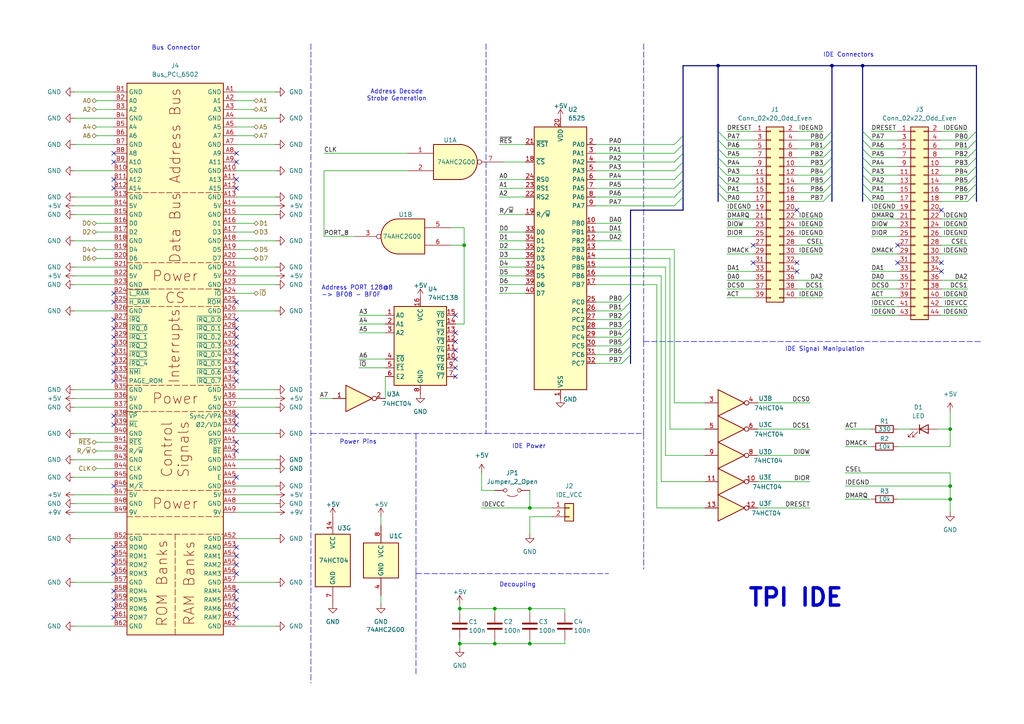
<source format=kicad_sch>
(kicad_sch (version 20231120) (generator "eeschema") (generator_version "8.0")
  (paper "A4")
  (title_block (title "S65xx Computer System") (date "2024-06-30") (rev "1.0") (company "Synthron"))
  (junction (at 275.59 140.97))
  (junction (at 133.35 176.53))
  (junction (at 250.19 19.05))
  (junction (at 143.51 176.53))
  (junction (at 275.59 124.46))
  (junction (at 275.59 144.78))
  (junction (at 208.28 19.05))
  (junction (at 153.67 176.53))
  (junction (at 153.67 147.32))
  (junction (at 241.3 19.05))
  (junction (at 143.51 186.69))
  (junction (at 153.67 186.69))
  (junction (at 133.35 186.69))
  (junction (at 134.62 71.12))
  (no_connect (at 132.08 96.52))
  (no_connect (at 33.02 173.99))
  (no_connect (at 132.08 101.6))
  (no_connect (at 273.05 60.96))
  (no_connect (at 273.05 78.74))
  (no_connect (at 132.08 91.44))
  (no_connect (at 68.58 54.61))
  (no_connect (at 132.08 104.14))
  (no_connect (at 68.58 179.07))
  (no_connect (at 33.02 85.09))
  (no_connect (at 231.14 60.96))
  (no_connect (at 68.58 138.43))
  (no_connect (at 68.58 123.19))
  (no_connect (at 33.02 166.37))
  (no_connect (at 33.02 87.63))
  (no_connect (at 68.58 130.81))
  (no_connect (at 68.58 87.63))
  (no_connect (at 68.58 163.83))
  (no_connect (at 68.58 120.65))
  (no_connect (at 33.02 107.95))
  (no_connect (at 33.02 52.07))
  (no_connect (at 218.44 71.12))
  (no_connect (at 68.58 44.45))
  (no_connect (at 68.58 128.27))
  (no_connect (at 68.58 52.07))
  (no_connect (at 68.58 105.41))
  (no_connect (at 260.35 71.12))
  (no_connect (at 68.58 110.49))
  (no_connect (at 68.58 176.53))
  (no_connect (at 218.44 76.2))
  (no_connect (at 273.05 76.2))
  (no_connect (at 33.02 158.75))
  (no_connect (at 33.02 120.65))
  (no_connect (at 33.02 105.41))
  (no_connect (at 33.02 97.79))
  (no_connect (at 33.02 46.99))
  (no_connect (at 68.58 171.45))
  (no_connect (at 33.02 171.45))
  (no_connect (at 68.58 95.25))
  (no_connect (at 260.35 76.2))
  (no_connect (at 68.58 92.71))
  (no_connect (at 68.58 100.33))
  (no_connect (at 33.02 140.97))
  (no_connect (at 33.02 100.33))
  (no_connect (at 68.58 102.87))
  (no_connect (at 68.58 166.37))
  (no_connect (at 33.02 102.87))
  (no_connect (at 33.02 54.61))
  (no_connect (at 68.58 97.79))
  (no_connect (at 68.58 161.29))
  (no_connect (at 33.02 161.29))
  (no_connect (at 33.02 179.07))
  (no_connect (at 33.02 92.71))
  (no_connect (at 33.02 110.49))
  (no_connect (at 132.08 109.22))
  (no_connect (at 68.58 46.99))
  (no_connect (at 33.02 95.25))
  (no_connect (at 33.02 123.19))
  (no_connect (at 231.14 76.2))
  (no_connect (at 132.08 106.68))
  (no_connect (at 68.58 173.99))
  (no_connect (at 33.02 163.83))
  (no_connect (at 231.14 78.74))
  (no_connect (at 33.02 44.45))
  (no_connect (at 68.58 107.95))
  (no_connect (at 33.02 176.53))
  (no_connect (at 132.08 99.06))
  (no_connect (at 68.58 158.75))
  (bus_entry (at 210.82 55.88) (size -2.54 -2.54))
  (bus_entry (at 252.73 45.72) (size -2.54 -2.54))
  (bus_entry (at 280.67 55.88) (size 2.54 -2.54))
  (bus_entry (at 210.82 40.64) (size -2.54 -2.54))
  (bus_entry (at 210.82 48.26) (size -2.54 -2.54))
  (bus_entry (at 280.67 53.34) (size 2.54 -2.54))
  (bus_entry (at 252.73 55.88) (size -2.54 -2.54))
  (bus_entry (at 238.76 40.64) (size 2.54 -2.54))
  (bus_entry (at 252.73 40.64) (size -2.54 -2.54))
  (bus_entry (at 210.82 50.8) (size -2.54 -2.54))
  (bus_entry (at 195.58 41.91) (size 2.54 -2.54))
  (bus_entry (at 280.67 48.26) (size 2.54 -2.54))
  (bus_entry (at 195.58 54.61) (size 2.54 -2.54))
  (bus_entry (at 210.82 45.72) (size -2.54 -2.54))
  (bus_entry (at 280.67 40.64) (size 2.54 -2.54))
  (bus_entry (at 238.76 53.34) (size 2.54 -2.54))
  (bus_entry (at 238.76 43.18) (size 2.54 -2.54))
  (bus_entry (at 180.34 105.41) (size 2.54 -2.54))
  (bus_entry (at 252.73 43.18) (size -2.54 -2.54))
  (bus_entry (at 195.58 44.45) (size 2.54 -2.54))
  (bus_entry (at 210.82 53.34) (size -2.54 -2.54))
  (bus_entry (at 210.82 58.42) (size -2.54 -2.54))
  (bus_entry (at 238.76 58.42) (size 2.54 -2.54))
  (bus_entry (at 180.34 100.33) (size 2.54 -2.54))
  (bus_entry (at 180.34 92.71) (size 2.54 -2.54))
  (bus_entry (at 195.58 57.15) (size 2.54 -2.54))
  (bus_entry (at 210.82 43.18) (size -2.54 -2.54))
  (bus_entry (at 238.76 48.26) (size 2.54 -2.54))
  (bus_entry (at 252.73 50.8) (size -2.54 -2.54))
  (bus_entry (at 180.34 87.63) (size 2.54 -2.54))
  (bus_entry (at 252.73 48.26) (size -2.54 -2.54))
  (bus_entry (at 195.58 59.69) (size 2.54 -2.54))
  (bus_entry (at 180.34 102.87) (size 2.54 -2.54))
  (bus_entry (at 238.76 55.88) (size 2.54 -2.54))
  (bus_entry (at 280.67 45.72) (size 2.54 -2.54))
  (bus_entry (at 238.76 50.8) (size 2.54 -2.54))
  (bus_entry (at 280.67 50.8) (size 2.54 -2.54))
  (bus_entry (at 180.34 95.25) (size 2.54 -2.54))
  (bus_entry (at 180.34 90.17) (size 2.54 -2.54))
  (bus_entry (at 252.73 58.42) (size -2.54 -2.54))
  (bus_entry (at 238.76 45.72) (size 2.54 -2.54))
  (bus_entry (at 280.67 43.18) (size 2.54 -2.54))
  (bus_entry (at 195.58 49.53) (size 2.54 -2.54))
  (bus_entry (at 252.73 53.34) (size -2.54 -2.54))
  (bus_entry (at 180.34 97.79) (size 2.54 -2.54))
  (bus_entry (at 280.67 58.42) (size 2.54 -2.54))
  (bus_entry (at 195.58 52.07) (size 2.54 -2.54))
  (bus_entry (at 195.58 46.99) (size 2.54 -2.54))
  (wire (pts (xy 93.98 68.58) (xy 93.98 49.53)))
  (wire (pts (xy 273.05 86.36) (xy 280.67 86.36)))
  (wire (pts (xy 275.59 140.97) (xy 275.59 144.78)))
  (wire (pts (xy 153.67 176.53) (xy 153.67 177.8)))
  (bus (pts (xy 241.3 53.34) (xy 241.3 55.88)))
  (wire (pts (xy 27.94 67.31) (xy 33.02 67.31)))
  (wire (pts (xy 27.94 130.81) (xy 33.02 130.81)))
  (wire (pts (xy 231.14 71.12) (xy 238.76 71.12)))
  (polyline (pts (xy 120.65 166.37) (xy 120.65 195.58)) (stroke (width 0) (type dash)))
  (wire (pts (xy 80.01 181.61) (xy 68.58 181.61)))
  (wire (pts (xy 153.67 185.42) (xy 153.67 186.69)))
  (wire (pts (xy 21.59 181.61) (xy 33.02 181.61)))
  (wire (pts (xy 146.05 46.99) (xy 152.4 46.99)))
  (bus (pts (xy 283.21 48.26) (xy 283.21 50.8)))
  (wire (pts (xy 273.05 91.44) (xy 280.67 91.44)))
  (wire (pts (xy 260.35 53.34) (xy 252.73 53.34)))
  (wire (pts (xy 73.66 36.83) (xy 68.58 36.83)))
  (wire (pts (xy 231.14 45.72) (xy 238.76 45.72)))
  (bus (pts (xy 182.88 97.79) (xy 182.88 100.33)))
  (wire (pts (xy 273.05 58.42) (xy 280.67 58.42)))
  (wire (pts (xy 275.59 124.46) (xy 275.59 119.38)))
  (wire (pts (xy 21.59 146.05) (xy 33.02 146.05)))
  (wire (pts (xy 218.44 40.64) (xy 210.82 40.64)))
  (wire (pts (xy 172.72 95.25) (xy 180.34 95.25)))
  (wire (pts (xy 134.62 93.98) (xy 134.62 71.12)))
  (wire (pts (xy 273.05 55.88) (xy 280.67 55.88)))
  (wire (pts (xy 21.59 143.51) (xy 33.02 143.51)))
  (wire (pts (xy 143.51 176.53) (xy 143.51 177.8)))
  (wire (pts (xy 260.35 43.18) (xy 252.73 43.18)))
  (polyline (pts (xy 120.65 125.73) (xy 120.65 166.37)) (stroke (width 0) (type dash)))
  (wire (pts (xy 92.71 115.57) (xy 96.52 115.57)))
  (bus (pts (xy 241.3 50.8) (xy 241.3 53.34)))
  (wire (pts (xy 172.72 92.71) (xy 180.34 92.71)))
  (wire (pts (xy 80.01 118.11) (xy 68.58 118.11)))
  (wire (pts (xy 231.14 73.66) (xy 238.76 73.66)))
  (wire (pts (xy 80.01 69.85) (xy 68.58 69.85)))
  (wire (pts (xy 210.82 78.74) (xy 218.44 78.74)))
  (bus (pts (xy 198.12 44.45) (xy 198.12 46.99)))
  (wire (pts (xy 273.05 53.34) (xy 280.67 53.34)))
  (wire (pts (xy 231.14 83.82) (xy 238.76 83.82)))
  (wire (pts (xy 21.59 82.55) (xy 33.02 82.55)))
  (bus (pts (xy 241.3 40.64) (xy 241.3 43.18)))
  (wire (pts (xy 80.01 57.15) (xy 68.58 57.15)))
  (bus (pts (xy 208.28 19.05) (xy 208.28 38.1)))
  (bus (pts (xy 250.19 40.64) (xy 250.19 43.18)))
  (bus (pts (xy 241.3 48.26) (xy 241.3 50.8)))
  (wire (pts (xy 218.44 53.34) (xy 210.82 53.34)))
  (wire (pts (xy 273.05 81.28) (xy 280.67 81.28)))
  (wire (pts (xy 190.5 82.55) (xy 190.5 147.32)))
  (wire (pts (xy 144.78 41.91) (xy 152.4 41.91)))
  (wire (pts (xy 139.7 137.16) (xy 139.7 142.24)))
  (bus (pts (xy 182.88 102.87) (xy 182.88 105.41)))
  (wire (pts (xy 218.44 58.42) (xy 210.82 58.42)))
  (wire (pts (xy 260.35 48.26) (xy 252.73 48.26)))
  (wire (pts (xy 273.05 43.18) (xy 280.67 43.18)))
  (wire (pts (xy 172.72 44.45) (xy 195.58 44.45)))
  (wire (pts (xy 104.14 106.68) (xy 111.76 106.68)))
  (wire (pts (xy 21.59 69.85) (xy 33.02 69.85)))
  (wire (pts (xy 144.78 72.39) (xy 152.4 72.39)))
  (wire (pts (xy 172.72 87.63) (xy 180.34 87.63)))
  (wire (pts (xy 275.59 137.16) (xy 275.59 140.97)))
  (bus (pts (xy 182.88 92.71) (xy 182.88 95.25)))
  (wire (pts (xy 144.78 54.61) (xy 152.4 54.61)))
  (wire (pts (xy 195.58 72.39) (xy 195.58 116.84)))
  (wire (pts (xy 210.82 38.1) (xy 218.44 38.1)))
  (wire (pts (xy 273.05 83.82) (xy 280.67 83.82)))
  (wire (pts (xy 104.14 91.44) (xy 111.76 91.44)))
  (wire (pts (xy 273.05 38.1) (xy 280.67 38.1)))
  (bus (pts (xy 250.19 48.26) (xy 250.19 50.8)))
  (wire (pts (xy 252.73 83.82) (xy 260.35 83.82)))
  (polyline (pts (xy 90.17 12.7) (xy 90.17 198.12)) (stroke (width 0) (type dash)))
  (wire (pts (xy 210.82 73.66) (xy 218.44 73.66)))
  (wire (pts (xy 260.35 55.88) (xy 252.73 55.88)))
  (wire (pts (xy 110.49 172.72) (xy 110.49 175.26)))
  (bus (pts (xy 198.12 46.99) (xy 198.12 49.53)))
  (wire (pts (xy 172.72 46.99) (xy 195.58 46.99)))
  (wire (pts (xy 260.35 40.64) (xy 252.73 40.64)))
  (bus (pts (xy 198.12 52.07) (xy 198.12 54.61)))
  (bus (pts (xy 182.88 87.63) (xy 182.88 90.17)))
  (wire (pts (xy 21.59 57.15) (xy 33.02 57.15)))
  (wire (pts (xy 21.59 41.91) (xy 33.02 41.91)))
  (wire (pts (xy 21.59 59.69) (xy 33.02 59.69)))
  (bus (pts (xy 250.19 38.1) (xy 250.19 40.64)))
  (wire (pts (xy 104.14 104.14) (xy 111.76 104.14)))
  (wire (pts (xy 21.59 133.35) (xy 33.02 133.35)))
  (wire (pts (xy 172.72 100.33) (xy 180.34 100.33)))
  (wire (pts (xy 160.02 149.86) (xy 153.67 149.86)))
  (wire (pts (xy 21.59 118.11) (xy 33.02 118.11)))
  (wire (pts (xy 143.51 185.42) (xy 143.51 186.69)))
  (bus (pts (xy 241.3 19.05) (xy 250.19 19.05)))
  (polyline (pts (xy 186.69 125.73) (xy 186.69 99.06)) (stroke (width 0) (type dash)))
  (wire (pts (xy 163.83 186.69) (xy 153.67 186.69)))
  (bus (pts (xy 250.19 45.72) (xy 250.19 48.26)))
  (wire (pts (xy 133.35 186.69) (xy 133.35 187.96)))
  (wire (pts (xy 245.11 140.97) (xy 275.59 140.97)))
  (wire (pts (xy 172.72 74.93) (xy 194.31 74.93)))
  (wire (pts (xy 194.31 74.93) (xy 194.31 124.46)))
  (wire (pts (xy 231.14 63.5) (xy 238.76 63.5)))
  (wire (pts (xy 273.05 66.04) (xy 280.67 66.04)))
  (wire (pts (xy 80.01 59.69) (xy 68.58 59.69)))
  (wire (pts (xy 134.62 66.04) (xy 130.81 66.04)))
  (bus (pts (xy 198.12 60.96) (xy 182.88 60.96)))
  (wire (pts (xy 260.35 91.44) (xy 252.73 91.44)))
  (wire (pts (xy 144.78 82.55) (xy 152.4 82.55)))
  (bus (pts (xy 283.21 53.34) (xy 283.21 55.88)))
  (wire (pts (xy 172.72 49.53) (xy 195.58 49.53)))
  (wire (pts (xy 231.14 40.64) (xy 238.76 40.64)))
  (wire (pts (xy 73.66 72.39) (xy 68.58 72.39)))
  (wire (pts (xy 144.78 80.01) (xy 152.4 80.01)))
  (wire (pts (xy 143.51 176.53) (xy 133.35 176.53)))
  (wire (pts (xy 234.95 139.7) (xy 219.71 139.7)))
  (wire (pts (xy 260.35 88.9) (xy 252.73 88.9)))
  (wire (pts (xy 80.01 34.29) (xy 68.58 34.29)))
  (bus (pts (xy 241.3 55.88) (xy 241.3 58.42)))
  (bus (pts (xy 250.19 53.34) (xy 250.19 55.88)))
  (polyline (pts (xy 186.69 99.06) (xy 284.48 99.06)) (stroke (width 0) (type dash)))
  (wire (pts (xy 260.35 50.8) (xy 252.73 50.8)))
  (wire (pts (xy 252.73 66.04) (xy 260.35 66.04)))
  (bus (pts (xy 283.21 40.64) (xy 283.21 43.18)))
  (wire (pts (xy 273.05 45.72) (xy 280.67 45.72)))
  (polyline (pts (xy 140.97 125.73) (xy 186.69 125.73)) (stroke (width 0) (type dash)))
  (wire (pts (xy 80.01 148.59) (xy 68.58 148.59)))
  (wire (pts (xy 210.82 68.58) (xy 218.44 68.58)))
  (wire (pts (xy 21.59 77.47) (xy 33.02 77.47)))
  (wire (pts (xy 172.72 52.07) (xy 195.58 52.07)))
  (wire (pts (xy 133.35 185.42) (xy 133.35 186.69)))
  (wire (pts (xy 27.94 31.75) (xy 33.02 31.75)))
  (wire (pts (xy 144.78 69.85) (xy 152.4 69.85)))
  (wire (pts (xy 260.35 144.78) (xy 275.59 144.78)))
  (bus (pts (xy 250.19 19.05) (xy 250.19 38.1)))
  (wire (pts (xy 234.95 116.84) (xy 219.71 116.84)))
  (wire (pts (xy 133.35 175.26) (xy 133.35 176.53)))
  (wire (pts (xy 252.73 129.54) (xy 245.11 129.54)))
  (wire (pts (xy 218.44 45.72) (xy 210.82 45.72)))
  (wire (pts (xy 21.59 125.73) (xy 33.02 125.73)))
  (bus (pts (xy 208.28 48.26) (xy 208.28 50.8)))
  (wire (pts (xy 252.73 81.28) (xy 260.35 81.28)))
  (wire (pts (xy 231.14 58.42) (xy 238.76 58.42)))
  (wire (pts (xy 172.72 59.69) (xy 195.58 59.69)))
  (wire (pts (xy 80.01 133.35) (xy 68.58 133.35)))
  (polyline (pts (xy 140.97 12.7) (xy 140.97 125.73)) (stroke (width 0) (type dash)))
  (wire (pts (xy 144.78 74.93) (xy 152.4 74.93)))
  (wire (pts (xy 210.82 86.36) (xy 218.44 86.36)))
  (wire (pts (xy 73.66 74.93) (xy 68.58 74.93)))
  (wire (pts (xy 80.01 41.91) (xy 68.58 41.91)))
  (bus (pts (xy 283.21 55.88) (xy 283.21 58.42)))
  (wire (pts (xy 73.66 29.21) (xy 68.58 29.21)))
  (wire (pts (xy 210.82 66.04) (xy 218.44 66.04)))
  (wire (pts (xy 231.14 81.28) (xy 238.76 81.28)))
  (wire (pts (xy 190.5 147.32) (xy 204.47 147.32)))
  (wire (pts (xy 172.72 97.79) (xy 180.34 97.79)))
  (wire (pts (xy 27.94 29.21) (xy 33.02 29.21)))
  (wire (pts (xy 134.62 93.98) (xy 132.08 93.98)))
  (wire (pts (xy 271.78 124.46) (xy 275.59 124.46)))
  (wire (pts (xy 194.31 124.46) (xy 204.47 124.46)))
  (bus (pts (xy 241.3 45.72) (xy 241.3 48.26)))
  (wire (pts (xy 144.78 85.09) (xy 152.4 85.09)))
  (wire (pts (xy 260.35 58.42) (xy 252.73 58.42)))
  (wire (pts (xy 21.59 80.01) (xy 33.02 80.01)))
  (bus (pts (xy 182.88 100.33) (xy 182.88 102.87)))
  (wire (pts (xy 27.94 39.37) (xy 33.02 39.37)))
  (wire (pts (xy 273.05 63.5) (xy 280.67 63.5)))
  (wire (pts (xy 172.72 82.55) (xy 190.5 82.55)))
  (wire (pts (xy 252.73 63.5) (xy 260.35 63.5)))
  (bus (pts (xy 283.21 50.8) (xy 283.21 53.34)))
  (bus (pts (xy 208.28 19.05) (xy 241.3 19.05)))
  (wire (pts (xy 275.59 144.78) (xy 275.59 148.59)))
  (wire (pts (xy 245.11 137.16) (xy 275.59 137.16)))
  (wire (pts (xy 80.01 156.21) (xy 68.58 156.21)))
  (wire (pts (xy 172.72 77.47) (xy 193.04 77.47)))
  (wire (pts (xy 273.05 88.9) (xy 280.67 88.9)))
  (wire (pts (xy 104.14 96.52) (xy 111.76 96.52)))
  (wire (pts (xy 21.59 34.29) (xy 33.02 34.29)))
  (wire (pts (xy 252.73 73.66) (xy 260.35 73.66)))
  (wire (pts (xy 252.73 68.58) (xy 260.35 68.58)))
  (polyline (pts (xy 186.69 12.7) (xy 186.69 99.06)) (stroke (width 0) (type dash)))
  (wire (pts (xy 172.72 67.31) (xy 180.34 67.31)))
  (wire (pts (xy 21.59 113.03) (xy 33.02 113.03)))
  (wire (pts (xy 172.72 80.01) (xy 191.77 80.01)))
  (wire (pts (xy 231.14 86.36) (xy 238.76 86.36)))
  (wire (pts (xy 80.01 49.53) (xy 68.58 49.53)))
  (wire (pts (xy 21.59 148.59) (xy 33.02 148.59)))
  (wire (pts (xy 134.62 66.04) (xy 134.62 71.12)))
  (wire (pts (xy 172.72 102.87) (xy 180.34 102.87)))
  (wire (pts (xy 260.35 124.46) (xy 264.16 124.46)))
  (wire (pts (xy 73.66 39.37) (xy 68.58 39.37)))
  (wire (pts (xy 80.01 125.73) (xy 68.58 125.73)))
  (wire (pts (xy 144.78 57.15) (xy 152.4 57.15)))
  (wire (pts (xy 231.14 55.88) (xy 238.76 55.88)))
  (wire (pts (xy 275.59 129.54) (xy 275.59 124.46)))
  (wire (pts (xy 231.14 68.58) (xy 238.76 68.58)))
  (wire (pts (xy 231.14 50.8) (xy 238.76 50.8)))
  (wire (pts (xy 80.01 113.03) (xy 68.58 113.03)))
  (bus (pts (xy 182.88 60.96) (xy 182.88 85.09)))
  (wire (pts (xy 21.59 168.91) (xy 33.02 168.91)))
  (wire (pts (xy 260.35 45.72) (xy 252.73 45.72)))
  (wire (pts (xy 218.44 55.88) (xy 210.82 55.88)))
  (bus (pts (xy 198.12 41.91) (xy 198.12 44.45)))
  (wire (pts (xy 172.72 105.41) (xy 180.34 105.41)))
  (bus (pts (xy 250.19 50.8) (xy 250.19 53.34)))
  (wire (pts (xy 252.73 60.96) (xy 260.35 60.96)))
  (wire (pts (xy 231.14 48.26) (xy 238.76 48.26)))
  (wire (pts (xy 172.72 72.39) (xy 195.58 72.39)))
  (bus (pts (xy 283.21 19.05) (xy 283.21 38.1)))
  (wire (pts (xy 210.82 83.82) (xy 218.44 83.82)))
  (wire (pts (xy 153.67 176.53) (xy 143.51 176.53)))
  (wire (pts (xy 93.98 44.45) (xy 118.11 44.45)))
  (bus (pts (xy 250.19 43.18) (xy 250.19 45.72)))
  (wire (pts (xy 172.72 69.85) (xy 180.34 69.85)))
  (wire (pts (xy 73.66 67.31) (xy 68.58 67.31)))
  (wire (pts (xy 21.59 26.67) (xy 33.02 26.67)))
  (wire (pts (xy 27.94 72.39) (xy 33.02 72.39)))
  (wire (pts (xy 210.82 81.28) (xy 218.44 81.28)))
  (wire (pts (xy 153.67 142.24) (xy 153.67 147.32)))
  (bus (pts (xy 241.3 19.05) (xy 241.3 38.1)))
  (bus (pts (xy 250.19 19.05) (xy 283.21 19.05)))
  (wire (pts (xy 73.66 85.09) (xy 68.58 85.09)))
  (wire (pts (xy 273.05 40.64) (xy 280.67 40.64)))
  (wire (pts (xy 139.7 142.24) (xy 143.51 142.24)))
  (bus (pts (xy 182.88 90.17) (xy 182.88 92.71)))
  (wire (pts (xy 252.73 78.74) (xy 260.35 78.74)))
  (bus (pts (xy 208.28 45.72) (xy 208.28 48.26)))
  (wire (pts (xy 27.94 36.83) (xy 33.02 36.83)))
  (wire (pts (xy 210.82 63.5) (xy 218.44 63.5)))
  (wire (pts (xy 172.72 90.17) (xy 180.34 90.17)))
  (wire (pts (xy 153.67 186.69) (xy 143.51 186.69)))
  (wire (pts (xy 80.01 90.17) (xy 68.58 90.17)))
  (bus (pts (xy 198.12 54.61) (xy 198.12 57.15)))
  (wire (pts (xy 260.35 129.54) (xy 275.59 129.54)))
  (wire (pts (xy 273.05 73.66) (xy 280.67 73.66)))
  (wire (pts (xy 21.59 90.17) (xy 33.02 90.17)))
  (bus (pts (xy 208.28 50.8) (xy 208.28 53.34)))
  (wire (pts (xy 80.01 80.01) (xy 68.58 80.01)))
  (wire (pts (xy 234.95 147.32) (xy 219.71 147.32)))
  (wire (pts (xy 21.59 138.43) (xy 33.02 138.43)))
  (wire (pts (xy 231.14 38.1) (xy 238.76 38.1)))
  (bus (pts (xy 208.28 40.64) (xy 208.28 43.18)))
  (wire (pts (xy 252.73 86.36) (xy 260.35 86.36)))
  (wire (pts (xy 80.01 115.57) (xy 68.58 115.57)))
  (wire (pts (xy 133.35 176.53) (xy 133.35 177.8)))
  (wire (pts (xy 111.76 109.22) (xy 111.76 115.57)))
  (wire (pts (xy 80.01 26.67) (xy 68.58 26.67)))
  (wire (pts (xy 163.83 176.53) (xy 153.67 176.53)))
  (bus (pts (xy 283.21 38.1) (xy 283.21 40.64)))
  (wire (pts (xy 27.94 128.27) (xy 33.02 128.27)))
  (bus (pts (xy 182.88 85.09) (xy 182.88 87.63)))
  (polyline (pts (xy 90.17 125.73) (xy 140.97 125.73)) (stroke (width 0) (type dash)))
  (bus (pts (xy 250.19 55.88) (xy 250.19 58.42)))
  (wire (pts (xy 80.01 146.05) (xy 68.58 146.05)))
  (wire (pts (xy 144.78 52.07) (xy 152.4 52.07)))
  (wire (pts (xy 193.04 132.08) (xy 204.47 132.08)))
  (wire (pts (xy 80.01 62.23) (xy 68.58 62.23)))
  (wire (pts (xy 93.98 49.53) (xy 118.11 49.53)))
  (wire (pts (xy 172.72 64.77) (xy 180.34 64.77)))
  (polyline (pts (xy 186.69 125.73) (xy 186.69 165.1)) (stroke (width 0) (type dash)))
  (bus (pts (xy 208.28 38.1) (xy 208.28 40.64)))
  (wire (pts (xy 191.77 139.7) (xy 204.47 139.7)))
  (wire (pts (xy 231.14 66.04) (xy 238.76 66.04)))
  (bus (pts (xy 208.28 43.18) (xy 208.28 45.72)))
  (wire (pts (xy 21.59 156.21) (xy 33.02 156.21)))
  (wire (pts (xy 163.83 177.8) (xy 163.83 176.53)))
  (wire (pts (xy 172.72 41.91) (xy 195.58 41.91)))
  (wire (pts (xy 210.82 60.96) (xy 218.44 60.96)))
  (wire (pts (xy 153.67 147.32) (xy 160.02 147.32)))
  (wire (pts (xy 252.73 144.78) (xy 245.11 144.78)))
  (wire (pts (xy 144.78 62.23) (xy 152.4 62.23)))
  (bus (pts (xy 208.28 55.88) (xy 208.28 58.42)))
  (wire (pts (xy 144.78 67.31) (xy 152.4 67.31)))
  (bus (pts (xy 198.12 19.05) (xy 208.28 19.05)))
  (wire (pts (xy 191.77 80.01) (xy 191.77 139.7)))
  (wire (pts (xy 73.66 31.75) (xy 68.58 31.75)))
  (bus (pts (xy 241.3 43.18) (xy 241.3 45.72)))
  (wire (pts (xy 218.44 43.18) (xy 210.82 43.18)))
  (bus (pts (xy 198.12 57.15) (xy 198.12 60.96)))
  (wire (pts (xy 218.44 48.26) (xy 210.82 48.26)))
  (wire (pts (xy 273.05 50.8) (xy 280.67 50.8)))
  (wire (pts (xy 104.14 93.98) (xy 111.76 93.98)))
  (wire (pts (xy 193.04 77.47) (xy 193.04 132.08)))
  (wire (pts (xy 252.73 124.46) (xy 245.11 124.46)))
  (wire (pts (xy 172.72 57.15) (xy 195.58 57.15)))
  (wire (pts (xy 80.01 143.51) (xy 68.58 143.51)))
  (wire (pts (xy 218.44 50.8) (xy 210.82 50.8)))
  (wire (pts (xy 234.95 132.08) (xy 219.71 132.08)))
  (wire (pts (xy 234.95 124.46) (xy 219.71 124.46)))
  (bus (pts (xy 208.28 53.34) (xy 208.28 55.88)))
  (wire (pts (xy 27.94 74.93) (xy 33.02 74.93)))
  (wire (pts (xy 252.73 38.1) (xy 260.35 38.1)))
  (bus (pts (xy 283.21 43.18) (xy 283.21 45.72)))
  (wire (pts (xy 195.58 116.84) (xy 204.47 116.84)))
  (bus (pts (xy 182.88 95.25) (xy 182.88 97.79)))
  (bus (pts (xy 283.21 45.72) (xy 283.21 48.26)))
  (polyline (pts (xy 120.65 166.37) (xy 176.53 166.37)) (stroke (width 0) (type dash)))
  (wire (pts (xy 130.81 71.12) (xy 134.62 71.12)))
  (bus (pts (xy 241.3 38.1) (xy 241.3 40.64)))
  (wire (pts (xy 80.01 135.89) (xy 68.58 135.89)))
  (wire (pts (xy 27.94 64.77) (xy 33.02 64.77)))
  (wire (pts (xy 80.01 168.91) (xy 68.58 168.91)))
  (wire (pts (xy 273.05 48.26) (xy 280.67 48.26)))
  (wire (pts (xy 172.72 54.61) (xy 195.58 54.61)))
  (wire (pts (xy 153.67 147.32) (xy 139.7 147.32)))
  (bus (pts (xy 198.12 49.53) (xy 198.12 52.07)))
  (wire (pts (xy 93.98 68.58) (xy 102.87 68.58)))
  (wire (pts (xy 21.59 115.57) (xy 33.02 115.57)))
  (wire (pts (xy 153.67 149.86) (xy 153.67 154.94)))
  (wire (pts (xy 27.94 135.89) (xy 33.02 135.89)))
  (wire (pts (xy 80.01 140.97) (xy 68.58 140.97)))
  (wire (pts (xy 231.14 43.18) (xy 238.76 43.18)))
  (bus (pts (xy 198.12 39.37) (xy 198.12 41.91)))
  (wire (pts (xy 231.14 53.34) (xy 238.76 53.34)))
  (wire (pts (xy 144.78 77.47) (xy 152.4 77.47)))
  (wire (pts (xy 80.01 77.47) (xy 68.58 77.47)))
  (wire (pts (xy 21.59 49.53) (xy 33.02 49.53)))
  (wire (pts (xy 80.01 82.55) (xy 68.58 82.55)))
  (wire (pts (xy 273.05 68.58) (xy 280.67 68.58)))
  (bus (pts (xy 198.12 19.05) (xy 198.12 39.37)))
  (wire (pts (xy 21.59 62.23) (xy 33.02 62.23)))
  (wire (pts (xy 273.05 71.12) (xy 280.67 71.12)))
  (wire (pts (xy 73.66 64.77) (xy 68.58 64.77)))
  (wire (pts (xy 143.51 186.69) (xy 133.35 186.69)))
  (wire (pts (xy 110.49 149.86) (xy 110.49 152.4)))
  (wire (pts (xy 163.83 185.42) (xy 163.83 186.69)))
  (text "Power Pins" (at 103.886 128.27 0) (effects (font (size 1.27 1.27))))
  (text "Address Decode\nStrobe Generation" (at 115.062 27.686 0) (effects (font (size 1.27 1.27))))
  (text "Bus Connector" (at 51.054 13.97 0) (effects (font (size 1.27 1.27))))
  (text "Address PORT 128@8\n-> BF08 - BF0F" (at 93.218 84.582 0) (effects (font (size 1.27 1.27)) (justify left)))
  (text "IDE Power" (at 153.416 129.54 0) (effects (font (size 1.27 1.27))))
  (text "Decoupling" (at 150.114 169.672 0) (effects (font (size 1.27 1.27))))
  (text "TPI IDE" (at 216.662 173.482 0) (effects (font (size 5 5) (thickness 1) (bold yes)) (justify left)))
  (text "IDE Connectors" (at 246.126 16.002 0) (effects (font (size 1.27 1.27))))
  (text "IDE Signal Manipulation" (at 239.268 101.346 0) (effects (font (size 1.27 1.27))))
  (label "DCS0" (at 252.73 83.82 0))
  (label "PB2" (at 234.95 45.72 0))
  (label "A5" (at 104.14 96.52 0))
  (label "D4" (at 144.78 77.47 0))
  (label "PA7" (at 256.54 40.64 180))
  (label "A1" (at 144.78 54.61 0))
  (label "PB5" (at 176.53 100.33 0))
  (label "DRESET" (at 234.95 147.32 180))
  (label "PA4" (at 176.53 52.07 0))
  (label "DIOR" (at 210.82 68.58 0))
  (label "IDEGND" (at 280.67 73.66 180))
  (label "CSEL" (at 280.67 71.12 180))
  (label "IDEGND" (at 280.67 68.58 180))
  (label "IDEGND" (at 280.67 86.36 180))
  (label "DA0" (at 180.34 64.77 180))
  (label "DIOW" (at 210.82 66.04 0))
  (label "DMACK" (at 245.11 129.54 0))
  (label "A7" (at 92.71 115.57 0))
  (label "DA0" (at 210.82 81.28 0))
  (label "DCS1" (at 238.76 83.82 180))
  (label "PA0" (at 214.63 58.42 180))
  (label "DA2" (at 180.34 69.85 180))
  (label "CSEL" (at 238.76 71.12 180))
  (label "D7" (at 144.78 85.09 0))
  (label "R{slash}~{W}" (at 144.78 62.23 0))
  (label "IDEGND" (at 252.73 60.96 0))
  (label "D6" (at 144.78 82.55 0))
  (label "PA3" (at 176.53 49.53 0))
  (label "IDEGND" (at 252.73 91.44 0))
  (label "PB0" (at 176.53 87.63 0))
  (label "CLK" (at 93.98 44.45 0))
  (label "PA6" (at 214.63 43.18 180))
  (label "PA2" (at 256.54 53.34 180))
  (label "PB7" (at 276.86 58.42 0))
  (label "D3" (at 144.78 74.93 0))
  (label "PA2" (at 176.53 46.99 0))
  (label "PB4" (at 276.86 50.8 0))
  (label "PB6" (at 234.95 55.88 0))
  (label "IDEGND" (at 238.76 68.58 180))
  (label "DIOR" (at 252.73 68.58 0))
  (label "IDEGND" (at 210.82 60.96 0))
  (label "DRESET" (at 210.82 38.1 0))
  (label "D5" (at 144.78 80.01 0))
  (label "PB3" (at 276.86 48.26 0))
  (label "PB4" (at 234.95 50.8 0))
  (label "PA0" (at 176.53 41.91 0))
  (label "PA2" (at 214.63 53.34 180))
  (label "D0" (at 144.78 67.31 0))
  (label "A0" (at 144.78 52.07 0))
  (label "ACT" (at 252.73 86.36 0))
  (label "ACT" (at 245.11 124.46 0))
  (label "PA6" (at 256.54 43.18 180))
  (label "IDEGND" (at 245.11 140.97 0))
  (label "PA1" (at 176.53 44.45 0))
  (label "PB5" (at 234.95 53.34 0))
  (label "DA2" (at 238.76 81.28 180))
  (label "A4" (at 104.14 93.98 0))
  (label "A2" (at 144.78 57.15 0))
  (label "DA2" (at 280.67 81.28 180))
  (label "IDEGND" (at 238.76 63.5 180))
  (label "IDEGND" (at 280.67 63.5 180))
  (label "DA1" (at 210.82 78.74 0))
  (label "PA5" (at 214.63 45.72 180))
  (label "PB6" (at 276.86 55.88 0))
  (label "DRESET" (at 252.73 38.1 0))
  (label "PA0" (at 256.54 58.42 180))
  (label "CSEL" (at 245.11 137.16 0))
  (label "PA3" (at 256.54 50.8 180))
  (label "PB0" (at 276.86 40.64 0))
  (label "PORT_8" (at 93.98 68.58 0))
  (label "PB7" (at 176.53 105.41 0))
  (label "PB2" (at 176.53 92.71 0))
  (label "PB2" (at 276.86 45.72 0))
  (label "IDEGND" (at 238.76 66.04 180))
  (label "PA5" (at 256.54 45.72 180))
  (label "DMACK" (at 252.73 73.66 0))
  (label "PB3" (at 176.53 95.25 0))
  (label "~{IO}" (at 104.14 106.68 0))
  (label "PB7" (at 234.95 58.42 0))
  (label "PB3" (at 234.95 48.26 0))
  (label "DIOW" (at 252.73 66.04 0))
  (label "IDEGND" (at 280.67 66.04 180))
  (label "PB0" (at 234.95 40.64 0))
  (label "PA7" (at 176.53 59.69 0))
  (label "IDEVCC" (at 280.67 88.9 180))
  (label "DMARQ" (at 210.82 63.5 0))
  (label "PB1" (at 234.95 43.18 0))
  (label "PB1" (at 276.86 43.18 0))
  (label "DIOR" (at 234.95 139.7 180))
  (label "DCS1" (at 234.95 124.46 180))
  (label "DCS0" (at 234.95 116.84 180))
  (label "PB4" (at 176.53 97.79 0))
  (label "IDEVCC" (at 139.7 147.32 0))
  (label "D2" (at 144.78 72.39 0))
  (label "DCS1" (at 280.67 83.82 180))
  (label "D1" (at 144.78 69.85 0))
  (label "DMARQ" (at 245.11 144.78 0))
  (label "IDEVCC" (at 252.73 88.9 0))
  (label "A6" (at 104.14 104.14 0))
  (label "PA7" (at 214.63 40.64 180))
  (label "DIOW" (at 234.95 132.08 180))
  (label "IDEGND" (at 238.76 73.66 180))
  (label "PA4" (at 256.54 48.26 180))
  (label "DMARQ" (at 252.73 63.5 0))
  (label "PB1" (at 176.53 90.17 0))
  (label "DA1" (at 180.34 67.31 180))
  (label "DA1" (at 252.73 78.74 0))
  (label "IDEGND" (at 280.67 38.1 180))
  (label "DCS0" (at 210.82 83.82 0))
  (label "PA6" (at 176.53 57.15 0))
  (label "PB6" (at 176.53 102.87 0))
  (label "ACT" (at 210.82 86.36 0))
  (label "~{RES}" (at 144.78 41.91 0))
  (label "PA4" (at 214.63 48.26 180))
  (label "PB5" (at 276.86 53.34 0))
  (label "DMACK" (at 210.82 73.66 0))
  (label "PA5" (at 176.53 54.61 0))
  (label "PA3" (at 214.63 50.8 180))
  (label "IDEGND" (at 280.67 91.44 180))
  (label "IDEGND" (at 238.76 86.36 180))
  (label "PA1" (at 256.54 55.88 180))
  (label "DA0" (at 252.73 81.28 0))
  (label "A3" (at 104.14 91.44 0))
  (label "IDEGND" (at 238.76 38.1 180))
  (label "PA1" (at 214.63 55.88 180))
  (hierarchical_label "D5" (shape bidirectional) (at 73.66 72.39 0))
  (hierarchical_label "R{slash}~{W}" (shape bidirectional) (at 27.94 130.81 180))
  (hierarchical_label "CLK" (shape bidirectional) (at 27.94 135.89 180))
  (hierarchical_label "D6" (shape bidirectional) (at 27.94 74.93 180))
  (hierarchical_label "A0" (shape bidirectional) (at 27.94 29.21 180))
  (hierarchical_label "D0" (shape bidirectional) (at 27.94 64.77 180))
  (hierarchical_label "~{RES}" (shape bidirectional) (at 27.94 128.27 180))
  (hierarchical_label "A5" (shape bidirectional) (at 73.66 36.83 0))
  (hierarchical_label "D1" (shape bidirectional) (at 73.66 64.77 0))
  (hierarchical_label "A6" (shape bidirectional) (at 27.94 39.37 180))
  (hierarchical_label "A4" (shape bidirectional) (at 27.94 36.83 180))
  (hierarchical_label "D4" (shape bidirectional) (at 27.94 72.39 180))
  (hierarchical_label "A3" (shape bidirectional) (at 73.66 31.75 0))
  (hierarchical_label "A2" (shape bidirectional) (at 27.94 31.75 180))
  (hierarchical_label "A7" (shape bidirectional) (at 73.66 39.37 0))
  (hierarchical_label "~{IO}" (shape bidirectional) (at 73.66 85.09 0))
  (hierarchical_label "A1" (shape bidirectional) (at 73.66 29.21 0))
  (hierarchical_label "D7" (shape bidirectional) (at 73.66 74.93 0))
  (hierarchical_label "D3" (shape bidirectional) (at 73.66 67.31 0))
  (hierarchical_label "D2" (shape bidirectional) (at 27.94 67.31 180))
  (symbol (lib_id "power:GND") (at 21.59 113.03 270) (unit 1)
    (property "Reference" "#PWR021" (effects (hide yes)))
    (property "Value" "GND" (at 17.78 113.0299 90) (effects (justify right)))
    (property "Description" "Power symbol creates a global label with name \"GND\" , ground" (effects (hide yes)))
  )
  (symbol (lib_id "power:GND") (at 80.01 118.11 90) (mirror x) (unit 1)
    (property "Reference" "#PWR047" (effects (hide yes)))
    (property "Value" "GND" (at 83.82 118.1099 90) (effects (justify right)))
    (property "Description" "Power symbol creates a global label with name \"GND\" , ground" (effects (hide yes)))
  )
  (symbol (lib_id "74xx:74AHCT04") (at 212.09 116.84 0) (unit 2)
    (property "Reference" "U3" (at 221.996 115.57 0))
    (property "Value" "74HCT04" (at 223.012 118.364 0))
    (property "Footprint" "Package_DIP:DIP-14_W7.62mm" (effects (hide yes)))
    (property "Datasheet" "https://assets.nexperia.com/documents/data-sheet/74AHC_AHCT04.pdf" (effects (hide yes)))
    (property "Description" "Hex Inverter" (effects (hide yes)))
  )
  (symbol (lib_id "power:GND") (at 21.59 49.53 270) (unit 1)
    (property "Reference" "#PWR012" (effects (hide yes)))
    (property "Value" "GND" (at 17.78 49.5299 90) (effects (justify right)))
    (property "Description" "Power symbol creates a global label with name \"GND\" , ground" (effects (hide yes)))
  )
  (symbol (lib_id "74xGxx:74AHC2G00") (at 133.35 46.99 0) (unit 1)
    (property "Reference" "U1" (at 130.556 40.64 0))
    (property "Value" "74AHC2G00" (at 132.334 46.99 0))
    (property "Footprint" "Package_SO:TSSOP-8_3x3mm_P0.65mm" (effects (hide yes)))
    (property "Datasheet" "https://assets.nexperia.com/documents/data-sheet/74AHC_AHCT2G00.pdf" (effects (hide yes)))
    (property "Description" "Dual NAND Gate, High-speed Si-gate CMOS" (effects (hide yes)))
  )
  (symbol (lib_id "power:GND") (at 162.56 115.57 0) (unit 1)
    (property "Reference" "#PWR02" (effects (hide yes)))
    (property "Value" "GND" (at 165.354 115.824 0))
    (property "Description" "Power symbol creates a global label with name \"GND\" , ground" (effects (hide yes)))
  )
  (symbol (lib_id "power:+5V") (at 21.59 59.69 90) (unit 1)
    (property "Reference" "#PWR014" (effects (hide yes)))
    (property "Value" "+5V" (at 17.78 59.6899 90) (effects (justify left)))
    (property "Description" "Power symbol creates a global label with name \"+5V\"" (effects (hide yes)))
  )
  (symbol (lib_id "power:GND") (at 21.59 181.61 270) (unit 1)
    (property "Reference" "#PWR032" (effects (hide yes)))
    (property "Value" "GND" (at 17.78 181.6099 90) (effects (justify right)))
    (property "Description" "Power symbol creates a global label with name \"GND\" , ground" (effects (hide yes)))
  )
  (symbol (lib_id "power:+5V") (at 110.49 149.86 0) (mirror y) (unit 1)
    (property "Reference" "#PWR0101" (effects (hide yes)))
    (property "Value" "+5V" (at 110.49 146.304 0))
    (property "Description" "Power symbol creates a global label with name \"+5V\"" (effects (hide yes)))
  )
  (symbol (lib_id "power:GND") (at 80.01 62.23 90) (mirror x) (unit 1)
    (property "Reference" "#PWR039" (effects (hide yes)))
    (property "Value" "GND" (at 83.82 62.2299 90) (effects (justify right)))
    (property "Description" "Power symbol creates a global label with name \"GND\" , ground" (effects (hide yes)))
  )
  (symbol (lib_id "Device:R") (at 256.54 124.46 90) (unit 1)
    (property "Reference" "R1" (at 256.54 122.174 90))
    (property "Value" "330" (at 256.54 124.46 90))
    (property "Footprint" "Resistor_SMD:R_0805_2012Metric" (effects (hide yes)))
    (property "Description" "Resistor" (effects (hide yes)))
  )
  (symbol (lib_id "power:GND") (at 21.59 156.21 270) (unit 1)
    (property "Reference" "#PWR030" (effects (hide yes)))
    (property "Value" "GND" (at 17.78 156.2099 90) (effects (justify right)))
    (property "Description" "Power symbol creates a global label with name \"GND\" , ground" (effects (hide yes)))
  )
  (symbol (lib_id "power:+5V") (at 80.01 80.01 270) (mirror x) (unit 1)
    (property "Reference" "#PWR042" (effects (hide yes)))
    (property "Value" "+5V" (at 83.82 80.0099 90) (effects (justify left)))
    (property "Description" "Power symbol creates a global label with name \"+5V\"" (effects (hide yes)))
  )
  (symbol (lib_id "74xGxx:74AHC2G00") (at 110.49 162.56 0) (unit 3)
    (property "Reference" "U1" (at 112.776 155.448 0) (effects (justify left)))
    (property "Value" "74AHC2G00" (at 106.172 182.626 0) (effects (justify left)))
    (property "Footprint" "Package_SO:TSSOP-8_3x3mm_P0.65mm" (effects (hide yes)))
    (property "Datasheet" "https://assets.nexperia.com/documents/data-sheet/74AHC_AHCT2G00.pdf" (effects (hide yes)))
    (property "Description" "Dual NAND Gate, High-speed Si-gate CMOS" (effects (hide yes)))
  )
  (symbol (lib_id "power:GND") (at 21.59 133.35 270) (unit 1)
    (property "Reference" "#PWR025" (effects (hide yes)))
    (property "Value" "GND" (at 17.78 133.3499 90) (effects (justify right)))
    (property "Description" "Power symbol creates a global label with name \"GND\" , ground" (effects (hide yes)))
  )
  (symbol (lib_id "power:+5V") (at 96.52 149.86 0) (mirror y) (unit 1)
    (property "Reference" "#PWR060" (effects (hide yes)))
    (property "Value" "+5V" (at 96.52 146.304 0))
    (property "Description" "Power symbol creates a global label with name \"+5V\"" (effects (hide yes)))
  )
  (symbol (lib_id "power:+5V") (at 21.59 115.57 90) (unit 1)
    (property "Reference" "#PWR022" (effects (hide yes)))
    (property "Value" "+5V" (at 17.78 115.5699 90) (effects (justify left)))
    (property "Description" "Power symbol creates a global label with name \"+5V\"" (effects (hide yes)))
  )
  (symbol (lib_id "74xx:74AHCT04") (at 104.14 115.57 0) (unit 1)
    (property "Reference" "U3" (at 114.046 114.3 0))
    (property "Value" "74HCT04" (at 115.062 117.094 0))
    (property "Footprint" "Package_DIP:DIP-14_W7.62mm" (effects (hide yes)))
    (property "Datasheet" "https://assets.nexperia.com/documents/data-sheet/74AHC_AHCT04.pdf" (effects (hide yes)))
    (property "Description" "Hex Inverter" (effects (hide yes)))
  )
  (symbol (lib_id "74xGxx:74AHC2G00") (at 115.57 68.58 0) (mirror y) (unit 2)
    (property "Reference" "U1" (at 117.602 62.23 0))
    (property "Value" "74AHC2G00" (at 116.586 68.58 0))
    (property "Footprint" "Package_SO:TSSOP-8_3x3mm_P0.65mm" (effects (hide yes)))
    (property "Datasheet" "https://assets.nexperia.com/documents/data-sheet/74AHC_AHCT2G00.pdf" (effects (hide yes)))
    (property "Description" "Dual NAND Gate, High-speed Si-gate CMOS" (effects (hide yes)))
  )
  (symbol (lib_id "power:GND") (at 80.01 113.03 90) (mirror x) (unit 1)
    (property "Reference" "#PWR045" (effects (hide yes)))
    (property "Value" "GND" (at 83.82 113.0299 90) (effects (justify right)))
    (property "Description" "Power symbol creates a global label with name \"GND\" , ground" (effects (hide yes)))
  )
  (symbol (lib_id "power:GND") (at 21.59 77.47 270) (unit 1)
    (property "Reference" "#PWR017" (effects (hide yes)))
    (property "Value" "GND" (at 17.78 77.4699 90) (effects (justify right)))
    (property "Description" "Power symbol creates a global label with name \"GND\" , ground" (effects (hide yes)))
  )
  (symbol (lib_id "power:GND") (at 80.01 125.73 90) (mirror x) (unit 1)
    (property "Reference" "#PWR048" (effects (hide yes)))
    (property "Value" "GND" (at 83.82 125.7299 90) (effects (justify right)))
    (property "Description" "Power symbol creates a global label with name \"GND\" , ground" (effects (hide yes)))
  )
  (symbol (lib_id "power:GND") (at 21.59 26.67 270) (unit 1)
    (property "Reference" "#PWR09" (effects (hide yes)))
    (property "Value" "GND" (at 17.78 26.6699 90) (effects (justify right)))
    (property "Description" "Power symbol creates a global label with name \"GND\" , ground" (effects (hide yes)))
  )
  (symbol (lib_id "power:GND") (at 80.01 133.35 90) (mirror x) (unit 1)
    (property "Reference" "#PWR049" (effects (hide yes)))
    (property "Value" "GND" (at 83.82 133.3499 90) (effects (justify right)))
    (property "Description" "Power symbol creates a global label with name \"GND\" , ground" (effects (hide yes)))
  )
  (symbol (lib_id "Device:C") (at 143.51 181.61 0) (unit 1)
    (property "Reference" "C2" (at 146.05 180.34 0) (effects (justify left)))
    (property "Value" "100n" (at 146.05 182.88 0) (effects (justify left)))
    (property "Footprint" "Capacitor_SMD:C_0805_2012Metric" (effects (hide yes)))
    (property "Description" "Unpolarized capacitor" (effects (hide yes)))
  )
  (symbol (lib_id "6502:Bus_PCI_6502") (at 50.8 102.87 0) (unit 1)
    (property "Reference" "J4" (at 50.8 19.05 0))
    (property "Value" "Bus_PCI_6502" (at 50.8 21.59 0))
    (property "Footprint" "Connector_PCBEdge:BUS_PCI" (effects (hide yes)))
    (property "Datasheet" "http://pinouts.ru/Slots/PCI_pinout.shtml" (effects (hide yes)))
    (property "Description" "PCI bus connector for 5V cards" (effects (hide yes)))
  )
  (symbol (lib_id "power:+5V") (at 133.35 175.26 0) (mirror y) (unit 1)
    (property "Reference" "#PWR064" (effects (hide yes)))
    (property "Value" "+5V" (at 133.35 171.704 0))
    (property "Description" "Power symbol creates a global label with name \"+5V\"" (effects (hide yes)))
  )
  (symbol (lib_id "power:+5V") (at 80.01 143.51 270) (mirror x) (unit 1)
    (property "Reference" "#PWR052" (effects (hide yes)))
    (property "Value" "+5V" (at 83.82 143.5099 90) (effects (justify left)))
    (property "Description" "Power symbol creates a global label with name \"+5V\"" (effects (hide yes)))
  )
  (symbol (lib_id "power:GND") (at 21.59 125.73 270) (unit 1)
    (property "Reference" "#PWR024" (effects (hide yes)))
    (property "Value" "GND" (at 17.78 125.7299 90) (effects (justify right)))
    (property "Description" "Power symbol creates a global label with name \"GND\" , ground" (effects (hide yes)))
  )
  (symbol (lib_id "Device:C") (at 133.35 181.61 0) (unit 1)
    (property "Reference" "C1" (at 135.89 180.34 0) (effects (justify left)))
    (property "Value" "100n" (at 135.89 182.88 0) (effects (justify left)))
    (property "Footprint" "Capacitor_SMD:C_0805_2012Metric" (effects (hide yes)))
    (property "Description" "Unpolarized capacitor" (effects (hide yes)))
  )
  (symbol (lib_id "74xx:74HC138") (at 121.92 101.6 0) (unit 1)
    (property "Reference" "U4" (at 124.1141 83.82 0) (effects (justify left)))
    (property "Value" "74HC138" (at 124.1141 86.36 0) (effects (justify left)))
    (property "Footprint" "Package_DIP:DIP-16_W7.62mm" (effects (hide yes)))
    (property "Datasheet" "http://www.ti.com/lit/ds/symlink/cd74hc238.pdf" (effects (hide yes)))
    (property "Description" "3-to-8 line decoder/multiplexer inverting, DIP-16/SOIC-16/SSOP-16" (effects (hide yes)))
  )
  (symbol (lib_id "power:GND") (at 21.59 146.05 270) (unit 1)
    (property "Reference" "#PWR028" (effects (hide yes)))
    (property "Value" "GND" (at 17.78 146.0499 90) (effects (justify right)))
    (property "Description" "Power symbol creates a global label with name \"GND\" , ground" (effects (hide yes)))
  )
  (symbol (lib_id "power:GND") (at 21.59 62.23 270) (unit 1)
    (property "Reference" "#PWR015" (effects (hide yes)))
    (property "Value" "GND" (at 17.78 62.2299 90) (effects (justify right)))
    (property "Description" "Power symbol creates a global label with name \"GND\" , ground" (effects (hide yes)))
  )
  (symbol (lib_id "power:GND") (at 153.67 154.94 0) (unit 1)
    (property "Reference" "#PWR06" (effects (hide yes)))
    (property "Value" "GND" (at 153.67 160.02 0))
    (property "Description" "Power symbol creates a global label with name \"GND\" , ground" (effects (hide yes)))
  )
  (symbol (lib_id "power:GND") (at 21.59 34.29 270) (unit 1)
    (property "Reference" "#PWR010" (effects (hide yes)))
    (property "Value" "GND" (at 17.78 34.2899 90) (effects (justify right)))
    (property "Description" "Power symbol creates a global label with name \"GND\" , ground" (effects (hide yes)))
  )
  (symbol (lib_id "power:GND") (at 80.01 140.97 90) (mirror x) (unit 1)
    (property "Reference" "#PWR051" (effects (hide yes)))
    (property "Value" "GND" (at 83.82 140.9699 90) (effects (justify right)))
    (property "Description" "Power symbol creates a global label with name \"GND\" , ground" (effects (hide yes)))
  )
  (symbol (lib_id "power:GND") (at 21.59 138.43 270) (unit 1)
    (property "Reference" "#PWR026" (effects (hide yes)))
    (property "Value" "GND" (at 17.78 138.4299 90) (effects (justify right)))
    (property "Description" "Power symbol creates a global label with name \"GND\" , ground" (effects (hide yes)))
  )
  (symbol (lib_id "power:+5V") (at 21.59 80.01 90) (unit 1)
    (property "Reference" "#PWR018" (effects (hide yes)))
    (property "Value" "+5V" (at 17.78 80.0099 90) (effects (justify left)))
    (property "Description" "Power symbol creates a global label with name \"+5V\"" (effects (hide yes)))
  )
  (symbol (lib_id "power:GND") (at 21.59 41.91 270) (unit 1)
    (property "Reference" "#PWR011" (effects (hide yes)))
    (property "Value" "GND" (at 17.78 41.9099 90) (effects (justify right)))
    (property "Description" "Power symbol creates a global label with name \"GND\" , ground" (effects (hide yes)))
  )
  (symbol (lib_id "power:GND") (at 21.59 57.15 270) (unit 1)
    (property "Reference" "#PWR013" (effects (hide yes)))
    (property "Value" "GND" (at 17.78 57.1499 90) (effects (justify right)))
    (property "Description" "Power symbol creates a global label with name \"GND\" , ground" (effects (hide yes)))
  )
  (symbol (lib_id "power:+5V") (at 139.7 137.16 0) (unit 1)
    (property "Reference" "#PWR05" (effects (hide yes)))
    (property "Value" "+5V" (at 139.7 132.08 0))
    (property "Description" "Power symbol creates a global label with name \"+5V\"" (effects (hide yes)))
  )
  (symbol (lib_id "Jumper:Jumper_2_Open") (at 148.59 142.24 0) (mirror x) (unit 1) (exclude_from_sim yes)
    (property "Reference" "JP1" (at 148.59 137.16 0))
    (property "Value" "Jumper_2_Open" (at 148.59 139.7 0))
    (property "Footprint" "Jumper:SolderJumper-2_P1.3mm_Open_RoundedPad1.0x1.5mm" (effects (hide yes)))
    (property "Description" "Jumper, 2-pole, open" (effects (hide yes)))
  )
  (symbol (lib_id "power:GND") (at 80.01 168.91 90) (unit 1)
    (property "Reference" "#PWR056" (effects (hide yes)))
    (property "Value" "GND" (at 83.82 168.9101 90) (effects (justify right)))
    (property "Description" "Power symbol creates a global label with name \"GND\" , ground" (effects (hide yes)))
  )
  (symbol (lib_id "Device:R") (at 256.54 129.54 90) (unit 1)
    (property "Reference" "R2" (at 256.54 127.254 90))
    (property "Value" "10k" (at 256.54 129.54 90))
    (property "Footprint" "Resistor_SMD:R_0805_2012Metric" (effects (hide yes)))
    (property "Description" "Resistor" (effects (hide yes)))
  )
  (symbol (lib_id "power:GND") (at 80.01 135.89 90) (mirror x) (unit 1)
    (property "Reference" "#PWR050" (effects (hide yes)))
    (property "Value" "GND" (at 83.82 135.8899 90) (effects (justify right)))
    (property "Description" "Power symbol creates a global label with name \"GND\" , ground" (effects (hide yes)))
  )
  (symbol (lib_id "power:GND") (at 80.01 26.67 90) (mirror x) (unit 1)
    (property "Reference" "#PWR033" (effects (hide yes)))
    (property "Value" "GND" (at 83.82 26.6699 90) (effects (justify right)))
    (property "Description" "Power symbol creates a global label with name \"GND\" , ground" (effects (hide yes)))
  )
  (symbol (lib_id "power:+5V") (at 80.01 115.57 270) (mirror x) (unit 1)
    (property "Reference" "#PWR046" (effects (hide yes)))
    (property "Value" "+5V" (at 83.82 115.5699 90) (effects (justify left)))
    (property "Description" "Power symbol creates a global label with name \"+5V\"" (effects (hide yes)))
  )
  (symbol (lib_id "Connector_Generic:Conn_02x20_Odd_Even") (at 223.52 60.96 0) (unit 1)
    (property "Reference" "J1" (at 224.79 31.75 0))
    (property "Value" "Conn_02x20_Odd_Even" (at 224.79 34.29 0))
    (property "Footprint" "Connector_IDC:IDC-Header_2x20_P2.54mm_Vertical" (effects (hide yes)))
    (property "Description" "Generic connector, double row, 02x20, odd/even pin numbering scheme (row 1 odd numbers, row 2 even numbers), script generated (kicad-library-utils/schlib/autogen/connector/)" (effects (hide yes)))
  )
  (symbol (lib_id "power:GND") (at 80.01 82.55 90) (mirror x) (unit 1)
    (property "Reference" "#PWR043" (effects (hide yes)))
    (property "Value" "GND" (at 83.82 82.5499 90) (effects (justify right)))
    (property "Description" "Power symbol creates a global label with name \"GND\" , ground" (effects (hide yes)))
  )
  (symbol (lib_id "74xx:74AHCT04") (at 96.52 162.56 0) (unit 7)
    (property "Reference" "U3" (at 99.822 153.162 0))
    (property "Value" "74HCT04" (at 96.774 162.56 0))
    (property "Footprint" "Package_DIP:DIP-14_W7.62mm" (effects (hide yes)))
    (property "Datasheet" "https://assets.nexperia.com/documents/data-sheet/74AHC_AHCT04.pdf" (effects (hide yes)))
    (property "Description" "Hex Inverter" (effects (hide yes)))
  )
  (symbol (lib_id "74xx:74AHCT04") (at 212.09 124.46 0) (unit 3)
    (property "Reference" "U3" (at 221.996 123.19 0))
    (property "Value" "74HCT04" (at 223.012 125.984 0))
    (property "Footprint" "Package_DIP:DIP-14_W7.62mm" (effects (hide yes)))
    (property "Datasheet" "https://assets.nexperia.com/documents/data-sheet/74AHC_AHCT04.pdf" (effects (hide yes)))
    (property "Description" "Hex Inverter" (effects (hide yes)))
  )
  (symbol (lib_id "power:GND") (at 80.01 49.53 90) (mirror x) (unit 1)
    (property "Reference" "#PWR036" (effects (hide yes)))
    (property "Value" "GND" (at 83.82 49.5299 90) (effects (justify right)))
    (property "Description" "Power symbol creates a global label with name \"GND\" , ground" (effects (hide yes)))
  )
  (symbol (lib_id "power:GND") (at 21.59 118.11 270) (unit 1)
    (property "Reference" "#PWR023" (effects (hide yes)))
    (property "Value" "GND" (at 17.78 118.1099 90) (effects (justify right)))
    (property "Description" "Power symbol creates a global label with name \"GND\" , ground" (effects (hide yes)))
  )
  (symbol (lib_id "Device:R") (at 256.54 144.78 90) (unit 1)
    (property "Reference" "R3" (at 256.54 142.494 90))
    (property "Value" "10k" (at 256.54 144.78 90))
    (property "Footprint" "Resistor_SMD:R_0805_2012Metric" (effects (hide yes)))
    (property "Description" "Resistor" (effects (hide yes)))
  )
  (symbol (lib_id "power:+5V") (at 21.59 143.51 90) (unit 1)
    (property "Reference" "#PWR027" (effects (hide yes)))
    (property "Value" "+5V" (at 17.78 143.5099 90) (effects (justify left)))
    (property "Description" "Power symbol creates a global label with name \"+5V\"" (effects (hide yes)))
  )
  (symbol (lib_id "power:+9V") (at 21.59 148.59 90) (unit 1)
    (property "Reference" "#PWR029" (effects (hide yes)))
    (property "Value" "+9V" (at 17.78 148.5899 90) (effects (justify left)))
    (property "Description" "Power symbol creates a global label with name \"+9V\"" (effects (hide yes)))
  )
  (symbol (lib_id "power:GND") (at 80.01 41.91 90) (mirror x) (unit 1)
    (property "Reference" "#PWR035" (effects (hide yes)))
    (property "Value" "GND" (at 83.82 41.9099 90) (effects (justify right)))
    (property "Description" "Power symbol creates a global label with name \"GND\" , ground" (effects (hide yes)))
  )
  (symbol (lib_id "power:GND") (at 21.59 168.91 270) (unit 1)
    (property "Reference" "#PWR031" (effects (hide yes)))
    (property "Value" "GND" (at 17.78 168.9099 90) (effects (justify right)))
    (property "Description" "Power symbol creates a global label with name \"GND\" , ground" (effects (hide yes)))
  )
  (symbol (lib_id "Device:C") (at 153.67 181.61 0) (unit 1)
    (property "Reference" "C3" (at 156.21 180.34 0) (effects (justify left)))
    (property "Value" "100n" (at 156.21 182.88 0) (effects (justify left)))
    (property "Footprint" "Capacitor_SMD:C_0805_2012Metric" (effects (hide yes)))
    (property "Description" "Unpolarized capacitor" (effects (hide yes)))
  )
  (symbol (lib_id "74xx:74AHCT04") (at 212.09 132.08 0) (unit 4)
    (property "Reference" "U3" (at 221.996 131.064 0))
    (property "Value" "74HCT04" (at 222.758 133.604 0))
    (property "Footprint" "Package_DIP:DIP-14_W7.62mm" (effects (hide yes)))
    (property "Datasheet" "https://assets.nexperia.com/documents/data-sheet/74AHC_AHCT04.pdf" (effects (hide yes)))
    (property "Description" "Hex Inverter" (effects (hide yes)))
  )
  (symbol (lib_id "power:GND") (at 80.01 181.61 90) (unit 1)
    (property "Reference" "#PWR057" (effects (hide yes)))
    (property "Value" "GND" (at 83.82 181.6101 90) (effects (justify right)))
    (property "Description" "Power symbol creates a global label with name \"GND\" , ground" (effects (hide yes)))
  )
  (symbol (lib_id "power:GND") (at 275.59 148.59 0) (mirror y) (unit 1)
    (property "Reference" "#PWR04" (effects (hide yes)))
    (property "Value" "GND" (at 275.59 153.67 0))
    (property "Description" "Power symbol creates a global label with name \"GND\" , ground" (effects (hide yes)))
  )
  (symbol (lib_id "power:+5V") (at 162.56 34.29 0) (unit 1)
    (property "Reference" "#PWR01" (effects (hide yes)))
    (property "Value" "+5V" (at 162.56 30.734 0))
    (property "Description" "Power symbol creates a global label with name \"+5V\"" (effects (hide yes)))
  )
  (symbol (lib_id "power:+5V") (at 275.59 119.38 0) (mirror y) (unit 1)
    (property "Reference" "#PWR03" (effects (hide yes)))
    (property "Value" "+5V" (at 275.59 114.3 0))
    (property "Description" "Power symbol creates a global label with name \"+5V\"" (effects (hide yes)))
  )
  (symbol (lib_id "power:GND") (at 110.49 175.26 0) (mirror y) (unit 1)
    (property "Reference" "#PWR0102" (effects (hide yes)))
    (property "Value" "GND" (at 110.49 180.34 0))
    (property "Description" "Power symbol creates a global label with name \"GND\" , ground" (effects (hide yes)))
  )
  (symbol (lib_id "Connector_Generic:Conn_01x02") (at 165.1 147.32 0) (unit 1)
    (property "Reference" "J2" (at 165.1 140.97 0))
    (property "Value" "IDE_VCC" (at 165.1 143.51 0))
    (property "Footprint" "Connector_PinHeader_2.54mm:PinHeader_1x02_P2.54mm_Horizontal" (effects (hide yes)))
    (property "Description" "Generic connector, single row, 01x02, script generated (kicad-library-utils/schlib/autogen/connector/)" (effects (hide yes)))
  )
  (symbol (lib_id "power:GND") (at 121.92 114.3 0) (mirror y) (unit 1)
    (property "Reference" "#PWR08" (effects (hide yes)))
    (property "Value" "GND" (at 121.92 119.38 0))
    (property "Description" "Power symbol creates a global label with name \"GND\" , ground" (effects (hide yes)))
  )
  (symbol (lib_id "power:+5V") (at 80.01 59.69 270) (mirror x) (unit 1)
    (property "Reference" "#PWR038" (effects (hide yes)))
    (property "Value" "+5V" (at 83.82 59.6899 90) (effects (justify left)))
    (property "Description" "Power symbol creates a global label with name \"+5V\"" (effects (hide yes)))
  )
  (symbol (lib_id "power:+5V") (at 121.92 86.36 0) (mirror y) (unit 1)
    (property "Reference" "#PWR07" (effects (hide yes)))
    (property "Value" "+5V" (at 121.92 82.804 0))
    (property "Description" "Power symbol creates a global label with name \"+5V\"" (effects (hide yes)))
  )
  (symbol (lib_id "power:GND") (at 96.52 175.26 0) (mirror y) (unit 1)
    (property "Reference" "#PWR061" (effects (hide yes)))
    (property "Value" "GND" (at 96.52 180.34 0))
    (property "Description" "Power symbol creates a global label with name \"GND\" , ground" (effects (hide yes)))
  )
  (symbol (lib_id "power:GND") (at 80.01 90.17 90) (mirror x) (unit 1)
    (property "Reference" "#PWR044" (effects (hide yes)))
    (property "Value" "GND" (at 83.82 90.1699 90) (effects (justify right)))
    (property "Description" "Power symbol creates a global label with name \"GND\" , ground" (effects (hide yes)))
  )
  (symbol (lib_id "power:GND") (at 80.01 77.47 90) (mirror x) (unit 1)
    (property "Reference" "#PWR041" (effects (hide yes)))
    (property "Value" "GND" (at 83.82 77.4699 90) (effects (justify right)))
    (property "Description" "Power symbol creates a global label with name \"GND\" , ground" (effects (hide yes)))
  )
  (symbol (lib_id "74xx:74AHCT04") (at 212.09 147.32 0) (unit 6)
    (property "Reference" "U3" (at 221.996 146.05 0))
    (property "Value" "74HCT04" (at 222.25 148.844 0))
    (property "Footprint" "Package_DIP:DIP-14_W7.62mm" (effects (hide yes)))
    (property "Datasheet" "https://assets.nexperia.com/documents/data-sheet/74AHC_AHCT04.pdf" (effects (hide yes)))
    (property "Description" "Hex Inverter" (effects (hide yes)))
  )
  (symbol (lib_id "power:GND") (at 80.01 34.29 90) (mirror x) (unit 1)
    (property "Reference" "#PWR034" (effects (hide yes)))
    (property "Value" "GND" (at 83.82 34.2899 90) (effects (justify right)))
    (property "Description" "Power symbol creates a global label with name \"GND\" , ground" (effects (hide yes)))
  )
  (symbol (lib_id "74xx:74AHCT04") (at 212.09 139.7 0) (unit 5)
    (property "Reference" "U3" (at 221.996 138.43 0))
    (property "Value" "74HCT04" (at 222.504 141.224 0))
    (property "Footprint" "Package_DIP:DIP-14_W7.62mm" (effects (hide yes)))
    (property "Datasheet" "https://assets.nexperia.com/documents/data-sheet/74AHC_AHCT04.pdf" (effects (hide yes)))
    (property "Description" "Hex Inverter" (effects (hide yes)))
  )
  (symbol (lib_id "Device:LED") (at 267.97 124.46 0) (unit 1)
    (property "Reference" "D1" (at 266.3825 118.11 0))
    (property "Value" "LED" (at 266.3825 120.65 0))
    (property "Footprint" "LED_SMD:LED_0805_2012Metric" (effects (hide yes)))
    (property "Description" "Light emitting diode" (effects (hide yes)))
  )
  (symbol (lib_id "power:GND") (at 133.35 187.96 0) (mirror y) (unit 1)
    (property "Reference" "#PWR063" (effects (hide yes)))
    (property "Value" "GND" (at 133.35 193.04 0))
    (property "Description" "Power symbol creates a global label with name \"GND\" , ground" (effects (hide yes)))
  )
  (symbol (lib_id "power:GND") (at 21.59 90.17 270) (unit 1)
    (property "Reference" "#PWR020" (effects (hide yes)))
    (property "Value" "GND" (at 17.78 90.1699 90) (effects (justify right)))
    (property "Description" "Power symbol creates a global label with name \"GND\" , ground" (effects (hide yes)))
  )
  (symbol (lib_id "power:GND") (at 80.01 146.05 90) (mirror x) (unit 1)
    (property "Reference" "#PWR053" (effects (hide yes)))
    (property "Value" "GND" (at 83.82 146.0499 90) (effects (justify right)))
    (property "Description" "Power symbol creates a global label with name \"GND\" , ground" (effects (hide yes)))
  )
  (symbol (lib_id "power:GND") (at 21.59 69.85 270) (unit 1)
    (property "Reference" "#PWR016" (effects (hide yes)))
    (property "Value" "GND" (at 17.78 69.8499 90) (effects (justify right)))
    (property "Description" "Power symbol creates a global label with name \"GND\" , ground" (effects (hide yes)))
  )
  (symbol (lib_id "6502:6525") (at 162.56 74.93 0) (unit 1)
    (property "Reference" "U2" (at 164.7541 31.75 0) (effects (justify left)))
    (property "Value" "6525" (at 164.7541 34.29 0) (effects (justify left)))
    (property "Footprint" "Package_DIP:DIP-40_W15.24mm" (effects (hide yes)))
    (property "Datasheet" "http://www.6502.org/documents/datasheets/mos/mos_6525_tpi_preliminary.pdf" (effects (hide yes)))
    (property "Description" "NMOS Tri-Port Interface (TPI), 24-pin I/O, DIP-40" (effects (hide yes)))
  )
  (symbol (lib_id "Connector_Generic:Conn_02x22_Odd_Even") (at 265.43 63.5 0) (unit 1)
    (property "Reference" "J3" (at 266.7 31.75 0))
    (property "Value" "Conn_02x22_Odd_Even" (at 266.7 34.29 0))
    (property "Footprint" "Connector_PinHeader_2.00mm:PinHeader_2x22_P2.00mm_Vertical" (effects (hide yes)))
    (property "Description" "Generic connector, double row, 02x22, odd/even pin numbering scheme (row 1 odd numbers, row 2 even numbers), script generated (kicad-library-utils/schlib/autogen/connector/)" (effects (hide yes)))
  )
  (symbol (lib_id "power:GND") (at 80.01 69.85 90) (mirror x) (unit 1)
    (property "Reference" "#PWR040" (effects (hide yes)))
    (property "Value" "GND" (at 83.82 69.8499 90) (effects (justify right)))
    (property "Description" "Power symbol creates a global label with name \"GND\" , ground" (effects (hide yes)))
  )
  (symbol (lib_id "power:GND") (at 21.59 82.55 270) (unit 1)
    (property "Reference" "#PWR019" (effects (hide yes)))
    (property "Value" "GND" (at 17.78 82.5499 90) (effects (justify right)))
    (property "Description" "Power symbol creates a global label with name \"GND\" , ground" (effects (hide yes)))
  )
  (symbol (lib_id "power:GND") (at 80.01 57.15 90) (mirror x) (unit 1)
    (property "Reference" "#PWR037" (effects (hide yes)))
    (property "Value" "GND" (at 83.82 57.1499 90) (effects (justify right)))
    (property "Description" "Power symbol creates a global label with name \"GND\" , ground" (effects (hide yes)))
  )
  (symbol (lib_id "power:GND") (at 80.01 156.21 90) (unit 1)
    (property "Reference" "#PWR055" (effects (hide yes)))
    (property "Value" "GND" (at 83.82 156.2101 90) (effects (justify right)))
    (property "Description" "Power symbol creates a global label with name \"GND\" , ground" (effects (hide yes)))
  )
  (symbol (lib_id "Device:C") (at 163.83 181.61 0) (unit 1)
    (property "Reference" "C4" (at 166.37 180.34 0) (effects (justify left)))
    (property "Value" "100n" (at 166.37 182.88 0) (effects (justify left)))
    (property "Footprint" "Capacitor_SMD:C_0805_2012Metric" (effects (hide yes)))
    (property "Description" "Unpolarized capacitor" (effects (hide yes)))
  )
  (symbol (lib_id "power:+9V") (at 80.01 148.59 270) (mirror x) (unit 1)
    (property "Reference" "#PWR054" (effects (hide yes)))
    (property "Value" "+9V" (at 83.82 148.5899 90) (effects (justify left)))
    (property "Description" "Power symbol creates a global label with name \"+9V\"" (effects (hide yes)))
  )
)
</source>
